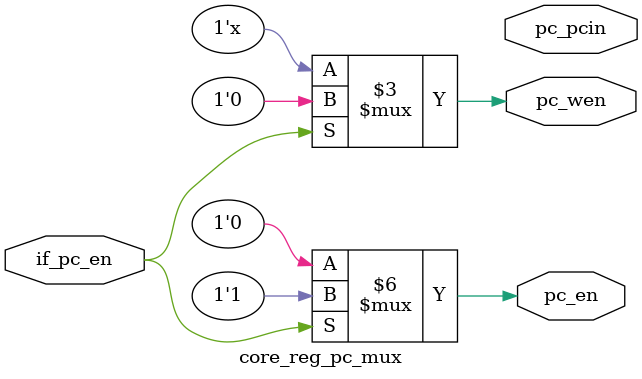
<source format=v>
module core_reg_pc_mux (
    //IF
    input               if_pc_en,
    //PC Control
    output reg          pc_en,
    output reg          pc_wen,
    output reg[31:0]    pc_pcin
);

always @(*) begin
    if(if_pc_en) begin
        pc_en   =   1'b1;
        pc_wen  =   1'b0;
    end else begin
        pc_en   =   1'b0;
    end
end

endmodule
</source>
